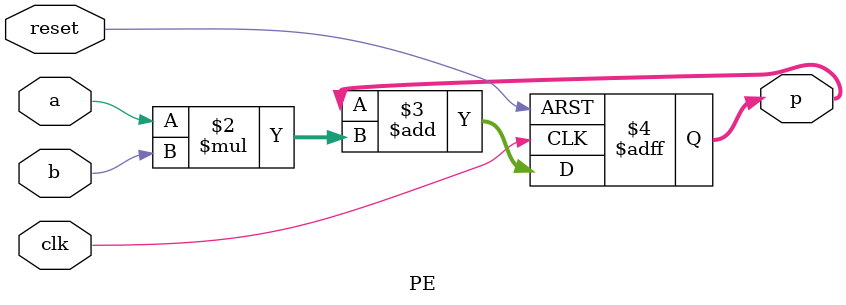
<source format=sv>
module PE #(
	parameter data_width = 1
) (
	input logic clk,
	input logic reset,
	input logic [data_width-1:0] a,
	input logic [data_width-1:0] b,
	output logic [2*data_width:0] p
);
	
	always_ff @(posedge clk or posedge reset) begin
		if (reset) p <= 0;
        else p <= p + (a * b);
    end
	 
endmodule

</source>
